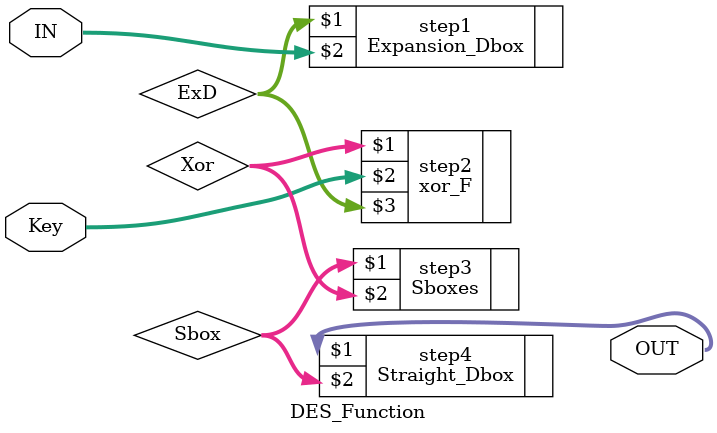
<source format=v>
`timescale 1ns / 1ps

module DES_Function(
    output [1:32] OUT,
    input [1:32] IN,
    input [1:48] Key
    );
  wire [1:48] ExD,Xor;
  wire [1:32] Sbox;
  
  Expansion_Dbox step1(ExD,IN);
  //assign Xor = Key^ExD;
  xor_F   step2(Xor,Key,ExD);
  Sboxes         step3(Sbox,Xor);
  Straight_Dbox  step4(OUT,Sbox);   
    
endmodule

</source>
